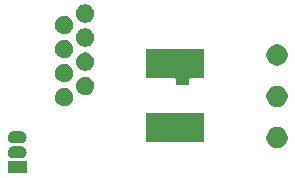
<source format=gbr>
G04 #@! TF.GenerationSoftware,KiCad,Pcbnew,(5.1.2)-2*
G04 #@! TF.CreationDate,2019-11-18T12:10:18+11:00*
G04 #@! TF.ProjectId,BoSL Probe,426f534c-2050-4726-9f62-652e6b696361,rev?*
G04 #@! TF.SameCoordinates,Original*
G04 #@! TF.FileFunction,Soldermask,Bot*
G04 #@! TF.FilePolarity,Negative*
%FSLAX46Y46*%
G04 Gerber Fmt 4.6, Leading zero omitted, Abs format (unit mm)*
G04 Created by KiCad (PCBNEW (5.1.2)-2) date 2019-11-18 12:10:18*
%MOMM*%
%LPD*%
G04 APERTURE LIST*
%ADD10C,0.100000*%
G04 APERTURE END LIST*
D10*
G36*
X103801000Y-106501000D02*
G01*
X102199000Y-106501000D01*
X102199000Y-105499000D01*
X103801000Y-105499000D01*
X103801000Y-106501000D01*
X103801000Y-106501000D01*
G37*
G36*
X103398213Y-104236249D02*
G01*
X103492652Y-104264897D01*
X103579687Y-104311418D01*
X103655975Y-104374025D01*
X103718582Y-104450313D01*
X103765103Y-104537348D01*
X103793751Y-104631787D01*
X103803424Y-104730000D01*
X103793751Y-104828213D01*
X103765103Y-104922652D01*
X103718582Y-105009687D01*
X103655975Y-105085975D01*
X103579687Y-105148582D01*
X103492652Y-105195103D01*
X103398213Y-105223751D01*
X103324612Y-105231000D01*
X102675388Y-105231000D01*
X102601787Y-105223751D01*
X102507348Y-105195103D01*
X102420313Y-105148582D01*
X102344025Y-105085975D01*
X102281418Y-105009687D01*
X102234897Y-104922652D01*
X102206249Y-104828213D01*
X102196576Y-104730000D01*
X102206249Y-104631787D01*
X102234897Y-104537348D01*
X102281418Y-104450313D01*
X102344025Y-104374025D01*
X102420313Y-104311418D01*
X102507348Y-104264897D01*
X102601787Y-104236249D01*
X102675388Y-104229000D01*
X103324612Y-104229000D01*
X103398213Y-104236249D01*
X103398213Y-104236249D01*
G37*
G36*
X125113512Y-102603927D02*
G01*
X125262812Y-102633624D01*
X125426784Y-102701544D01*
X125574354Y-102800147D01*
X125699853Y-102925646D01*
X125798456Y-103073216D01*
X125866376Y-103237188D01*
X125901000Y-103411259D01*
X125901000Y-103588741D01*
X125866376Y-103762812D01*
X125798456Y-103926784D01*
X125699853Y-104074354D01*
X125574354Y-104199853D01*
X125426784Y-104298456D01*
X125262812Y-104366376D01*
X125113512Y-104396073D01*
X125088742Y-104401000D01*
X124911258Y-104401000D01*
X124886488Y-104396073D01*
X124737188Y-104366376D01*
X124573216Y-104298456D01*
X124425646Y-104199853D01*
X124300147Y-104074354D01*
X124201544Y-103926784D01*
X124133624Y-103762812D01*
X124099000Y-103588741D01*
X124099000Y-103411259D01*
X124133624Y-103237188D01*
X124201544Y-103073216D01*
X124300147Y-102925646D01*
X124425646Y-102800147D01*
X124573216Y-102701544D01*
X124737188Y-102633624D01*
X124886488Y-102603927D01*
X124911258Y-102599000D01*
X125088742Y-102599000D01*
X125113512Y-102603927D01*
X125113512Y-102603927D01*
G37*
G36*
X103398213Y-102966249D02*
G01*
X103492652Y-102994897D01*
X103579687Y-103041418D01*
X103655975Y-103104025D01*
X103718582Y-103180313D01*
X103765103Y-103267348D01*
X103793751Y-103361787D01*
X103803424Y-103460000D01*
X103793751Y-103558213D01*
X103765103Y-103652652D01*
X103718582Y-103739687D01*
X103655975Y-103815975D01*
X103579687Y-103878582D01*
X103492652Y-103925103D01*
X103398213Y-103953751D01*
X103324612Y-103961000D01*
X102675388Y-103961000D01*
X102601787Y-103953751D01*
X102507348Y-103925103D01*
X102420313Y-103878582D01*
X102344025Y-103815975D01*
X102281418Y-103739687D01*
X102234897Y-103652652D01*
X102206249Y-103558213D01*
X102196576Y-103460000D01*
X102206249Y-103361787D01*
X102234897Y-103267348D01*
X102281418Y-103180313D01*
X102344025Y-103104025D01*
X102420313Y-103041418D01*
X102507348Y-102994897D01*
X102601787Y-102966249D01*
X102675388Y-102959000D01*
X103324612Y-102959000D01*
X103398213Y-102966249D01*
X103398213Y-102966249D01*
G37*
G36*
X118800000Y-103825000D02*
G01*
X113900000Y-103825000D01*
X113900000Y-101375000D01*
X118800000Y-101375000D01*
X118800000Y-103825000D01*
X118800000Y-103825000D01*
G37*
G36*
X125113512Y-99103927D02*
G01*
X125262812Y-99133624D01*
X125426784Y-99201544D01*
X125574354Y-99300147D01*
X125699853Y-99425646D01*
X125798456Y-99573216D01*
X125866376Y-99737188D01*
X125901000Y-99911259D01*
X125901000Y-100088741D01*
X125866376Y-100262812D01*
X125798456Y-100426784D01*
X125699853Y-100574354D01*
X125574354Y-100699853D01*
X125426784Y-100798456D01*
X125262812Y-100866376D01*
X125113512Y-100896073D01*
X125088742Y-100901000D01*
X124911258Y-100901000D01*
X124886488Y-100896073D01*
X124737188Y-100866376D01*
X124573216Y-100798456D01*
X124425646Y-100699853D01*
X124300147Y-100574354D01*
X124201544Y-100426784D01*
X124133624Y-100262812D01*
X124099000Y-100088741D01*
X124099000Y-99911259D01*
X124133624Y-99737188D01*
X124201544Y-99573216D01*
X124300147Y-99425646D01*
X124425646Y-99300147D01*
X124573216Y-99201544D01*
X124737188Y-99133624D01*
X124886488Y-99103927D01*
X124911258Y-99099000D01*
X125088742Y-99099000D01*
X125113512Y-99103927D01*
X125113512Y-99103927D01*
G37*
G36*
X107216348Y-99333820D02*
G01*
X107216350Y-99333821D01*
X107216351Y-99333821D01*
X107357574Y-99392317D01*
X107357577Y-99392319D01*
X107484669Y-99477239D01*
X107592761Y-99585331D01*
X107671224Y-99702759D01*
X107677683Y-99712426D01*
X107708854Y-99787681D01*
X107736180Y-99853652D01*
X107766000Y-100003569D01*
X107766000Y-100156431D01*
X107744840Y-100262812D01*
X107736179Y-100306351D01*
X107677683Y-100447574D01*
X107677681Y-100447577D01*
X107592761Y-100574669D01*
X107484669Y-100682761D01*
X107357577Y-100767681D01*
X107357574Y-100767683D01*
X107216351Y-100826179D01*
X107216350Y-100826179D01*
X107216348Y-100826180D01*
X107066431Y-100856000D01*
X106913569Y-100856000D01*
X106763652Y-100826180D01*
X106763650Y-100826179D01*
X106763649Y-100826179D01*
X106622426Y-100767683D01*
X106622423Y-100767681D01*
X106495331Y-100682761D01*
X106387239Y-100574669D01*
X106302319Y-100447577D01*
X106302317Y-100447574D01*
X106243821Y-100306351D01*
X106235161Y-100262812D01*
X106214000Y-100156431D01*
X106214000Y-100003569D01*
X106243820Y-99853652D01*
X106271146Y-99787681D01*
X106302317Y-99712426D01*
X106308776Y-99702759D01*
X106387239Y-99585331D01*
X106495331Y-99477239D01*
X106622423Y-99392319D01*
X106622426Y-99392317D01*
X106763649Y-99333821D01*
X106763650Y-99333821D01*
X106763652Y-99333820D01*
X106913569Y-99304000D01*
X107066431Y-99304000D01*
X107216348Y-99333820D01*
X107216348Y-99333820D01*
G37*
G36*
X108994348Y-98353820D02*
G01*
X108994350Y-98353821D01*
X108994351Y-98353821D01*
X109135574Y-98412317D01*
X109135577Y-98412319D01*
X109262669Y-98497239D01*
X109370761Y-98605331D01*
X109452514Y-98727683D01*
X109455683Y-98732426D01*
X109477948Y-98786180D01*
X109514180Y-98873652D01*
X109544000Y-99023569D01*
X109544000Y-99176431D01*
X109519392Y-99300147D01*
X109514179Y-99326351D01*
X109455683Y-99467574D01*
X109455681Y-99467577D01*
X109370761Y-99594669D01*
X109262669Y-99702761D01*
X109135577Y-99787681D01*
X109135574Y-99787683D01*
X108994351Y-99846179D01*
X108994350Y-99846179D01*
X108994348Y-99846180D01*
X108844431Y-99876000D01*
X108691569Y-99876000D01*
X108541652Y-99846180D01*
X108541650Y-99846179D01*
X108541649Y-99846179D01*
X108400426Y-99787683D01*
X108400423Y-99787681D01*
X108273331Y-99702761D01*
X108165239Y-99594669D01*
X108080319Y-99467577D01*
X108080317Y-99467574D01*
X108021821Y-99326351D01*
X108016609Y-99300147D01*
X107992000Y-99176431D01*
X107992000Y-99023569D01*
X108021820Y-98873652D01*
X108058052Y-98786180D01*
X108080317Y-98732426D01*
X108083486Y-98727683D01*
X108165239Y-98605331D01*
X108273331Y-98497239D01*
X108400423Y-98412319D01*
X108400426Y-98412317D01*
X108541649Y-98353821D01*
X108541650Y-98353821D01*
X108541652Y-98353820D01*
X108691569Y-98324000D01*
X108844431Y-98324000D01*
X108994348Y-98353820D01*
X108994348Y-98353820D01*
G37*
G36*
X118800000Y-98475000D02*
G01*
X117674999Y-98475000D01*
X117650613Y-98477402D01*
X117627164Y-98484515D01*
X117605553Y-98496066D01*
X117586611Y-98511611D01*
X117571066Y-98530553D01*
X117559515Y-98552164D01*
X117552402Y-98575613D01*
X117550000Y-98599999D01*
X117550000Y-99025000D01*
X116450000Y-99025000D01*
X116450000Y-98599999D01*
X116447598Y-98575613D01*
X116440485Y-98552164D01*
X116428934Y-98530553D01*
X116413389Y-98511611D01*
X116394447Y-98496066D01*
X116372836Y-98484515D01*
X116349387Y-98477402D01*
X116325001Y-98475000D01*
X113900000Y-98475000D01*
X113900000Y-96025000D01*
X118800000Y-96025000D01*
X118800000Y-98475000D01*
X118800000Y-98475000D01*
G37*
G36*
X107216348Y-97293820D02*
G01*
X107216350Y-97293821D01*
X107216351Y-97293821D01*
X107357574Y-97352317D01*
X107357577Y-97352319D01*
X107484669Y-97437239D01*
X107592761Y-97545331D01*
X107671224Y-97662759D01*
X107677683Y-97672426D01*
X107736179Y-97813649D01*
X107766000Y-97963571D01*
X107766000Y-98116429D01*
X107736179Y-98266351D01*
X107677683Y-98407574D01*
X107677681Y-98407577D01*
X107592761Y-98534669D01*
X107484669Y-98642761D01*
X107357577Y-98727681D01*
X107357574Y-98727683D01*
X107216351Y-98786179D01*
X107216350Y-98786179D01*
X107216348Y-98786180D01*
X107066431Y-98816000D01*
X106913569Y-98816000D01*
X106763652Y-98786180D01*
X106763650Y-98786179D01*
X106763649Y-98786179D01*
X106622426Y-98727683D01*
X106622423Y-98727681D01*
X106495331Y-98642761D01*
X106387239Y-98534669D01*
X106302319Y-98407577D01*
X106302317Y-98407574D01*
X106243821Y-98266351D01*
X106214000Y-98116429D01*
X106214000Y-97963571D01*
X106243821Y-97813649D01*
X106302317Y-97672426D01*
X106308776Y-97662759D01*
X106387239Y-97545331D01*
X106495331Y-97437239D01*
X106622423Y-97352319D01*
X106622426Y-97352317D01*
X106763649Y-97293821D01*
X106763650Y-97293821D01*
X106763652Y-97293820D01*
X106913569Y-97264000D01*
X107066431Y-97264000D01*
X107216348Y-97293820D01*
X107216348Y-97293820D01*
G37*
G36*
X108994348Y-96313820D02*
G01*
X108994350Y-96313821D01*
X108994351Y-96313821D01*
X109135574Y-96372317D01*
X109135577Y-96372319D01*
X109262669Y-96457239D01*
X109370761Y-96565331D01*
X109452514Y-96687683D01*
X109455683Y-96692426D01*
X109490300Y-96776000D01*
X109514180Y-96833652D01*
X109544000Y-96983569D01*
X109544000Y-97136431D01*
X109531385Y-97199853D01*
X109514179Y-97286351D01*
X109455683Y-97427574D01*
X109455681Y-97427577D01*
X109370761Y-97554669D01*
X109262669Y-97662761D01*
X109135577Y-97747681D01*
X109135574Y-97747683D01*
X108994351Y-97806179D01*
X108994350Y-97806179D01*
X108994348Y-97806180D01*
X108844431Y-97836000D01*
X108691569Y-97836000D01*
X108541652Y-97806180D01*
X108541650Y-97806179D01*
X108541649Y-97806179D01*
X108400426Y-97747683D01*
X108400423Y-97747681D01*
X108273331Y-97662761D01*
X108165239Y-97554669D01*
X108080319Y-97427577D01*
X108080317Y-97427574D01*
X108021821Y-97286351D01*
X108004616Y-97199853D01*
X107992000Y-97136431D01*
X107992000Y-96983569D01*
X108021820Y-96833652D01*
X108045700Y-96776000D01*
X108080317Y-96692426D01*
X108083486Y-96687683D01*
X108165239Y-96565331D01*
X108273331Y-96457239D01*
X108400423Y-96372319D01*
X108400426Y-96372317D01*
X108541649Y-96313821D01*
X108541650Y-96313821D01*
X108541652Y-96313820D01*
X108691569Y-96284000D01*
X108844431Y-96284000D01*
X108994348Y-96313820D01*
X108994348Y-96313820D01*
G37*
G36*
X125113512Y-95603927D02*
G01*
X125262812Y-95633624D01*
X125426784Y-95701544D01*
X125574354Y-95800147D01*
X125699853Y-95925646D01*
X125798456Y-96073216D01*
X125866376Y-96237188D01*
X125901000Y-96411259D01*
X125901000Y-96588741D01*
X125866376Y-96762812D01*
X125798456Y-96926784D01*
X125699853Y-97074354D01*
X125574354Y-97199853D01*
X125426784Y-97298456D01*
X125262812Y-97366376D01*
X125113512Y-97396073D01*
X125088742Y-97401000D01*
X124911258Y-97401000D01*
X124886488Y-97396073D01*
X124737188Y-97366376D01*
X124573216Y-97298456D01*
X124425646Y-97199853D01*
X124300147Y-97074354D01*
X124201544Y-96926784D01*
X124133624Y-96762812D01*
X124099000Y-96588741D01*
X124099000Y-96411259D01*
X124133624Y-96237188D01*
X124201544Y-96073216D01*
X124300147Y-95925646D01*
X124425646Y-95800147D01*
X124573216Y-95701544D01*
X124737188Y-95633624D01*
X124886488Y-95603927D01*
X124911258Y-95599000D01*
X125088742Y-95599000D01*
X125113512Y-95603927D01*
X125113512Y-95603927D01*
G37*
G36*
X107216348Y-95253820D02*
G01*
X107216350Y-95253821D01*
X107216351Y-95253821D01*
X107357574Y-95312317D01*
X107357577Y-95312319D01*
X107484669Y-95397239D01*
X107592761Y-95505331D01*
X107671224Y-95622759D01*
X107677683Y-95632426D01*
X107736179Y-95773649D01*
X107766000Y-95923571D01*
X107766000Y-96076429D01*
X107736179Y-96226351D01*
X107677683Y-96367574D01*
X107677681Y-96367577D01*
X107592761Y-96494669D01*
X107484669Y-96602761D01*
X107357577Y-96687681D01*
X107357574Y-96687683D01*
X107216351Y-96746179D01*
X107216350Y-96746179D01*
X107216348Y-96746180D01*
X107066431Y-96776000D01*
X106913569Y-96776000D01*
X106763652Y-96746180D01*
X106763650Y-96746179D01*
X106763649Y-96746179D01*
X106622426Y-96687683D01*
X106622423Y-96687681D01*
X106495331Y-96602761D01*
X106387239Y-96494669D01*
X106302319Y-96367577D01*
X106302317Y-96367574D01*
X106243821Y-96226351D01*
X106214000Y-96076429D01*
X106214000Y-95923571D01*
X106243821Y-95773649D01*
X106302317Y-95632426D01*
X106308776Y-95622759D01*
X106387239Y-95505331D01*
X106495331Y-95397239D01*
X106622423Y-95312319D01*
X106622426Y-95312317D01*
X106763649Y-95253821D01*
X106763650Y-95253821D01*
X106763652Y-95253820D01*
X106913569Y-95224000D01*
X107066431Y-95224000D01*
X107216348Y-95253820D01*
X107216348Y-95253820D01*
G37*
G36*
X108994348Y-94273820D02*
G01*
X108994350Y-94273821D01*
X108994351Y-94273821D01*
X109135574Y-94332317D01*
X109135577Y-94332319D01*
X109262669Y-94417239D01*
X109370761Y-94525331D01*
X109452514Y-94647683D01*
X109455683Y-94652426D01*
X109514179Y-94793649D01*
X109544000Y-94943571D01*
X109544000Y-95096429D01*
X109514179Y-95246351D01*
X109455683Y-95387574D01*
X109455681Y-95387577D01*
X109370761Y-95514669D01*
X109262669Y-95622761D01*
X109144762Y-95701544D01*
X109135574Y-95707683D01*
X108994351Y-95766179D01*
X108994350Y-95766179D01*
X108994348Y-95766180D01*
X108844431Y-95796000D01*
X108691569Y-95796000D01*
X108541652Y-95766180D01*
X108541650Y-95766179D01*
X108541649Y-95766179D01*
X108400426Y-95707683D01*
X108391238Y-95701544D01*
X108273331Y-95622761D01*
X108165239Y-95514669D01*
X108080319Y-95387577D01*
X108080317Y-95387574D01*
X108021821Y-95246351D01*
X107992000Y-95096429D01*
X107992000Y-94943571D01*
X108021821Y-94793649D01*
X108080317Y-94652426D01*
X108083486Y-94647683D01*
X108165239Y-94525331D01*
X108273331Y-94417239D01*
X108400423Y-94332319D01*
X108400426Y-94332317D01*
X108541649Y-94273821D01*
X108541650Y-94273821D01*
X108541652Y-94273820D01*
X108691569Y-94244000D01*
X108844431Y-94244000D01*
X108994348Y-94273820D01*
X108994348Y-94273820D01*
G37*
G36*
X107216348Y-93213820D02*
G01*
X107216350Y-93213821D01*
X107216351Y-93213821D01*
X107357574Y-93272317D01*
X107357577Y-93272319D01*
X107484669Y-93357239D01*
X107592761Y-93465331D01*
X107671224Y-93582759D01*
X107677683Y-93592426D01*
X107736179Y-93733649D01*
X107766000Y-93883571D01*
X107766000Y-94036429D01*
X107736179Y-94186351D01*
X107677683Y-94327574D01*
X107677681Y-94327577D01*
X107592761Y-94454669D01*
X107484669Y-94562761D01*
X107357577Y-94647681D01*
X107357574Y-94647683D01*
X107216351Y-94706179D01*
X107216350Y-94706179D01*
X107216348Y-94706180D01*
X107066431Y-94736000D01*
X106913569Y-94736000D01*
X106763652Y-94706180D01*
X106763650Y-94706179D01*
X106763649Y-94706179D01*
X106622426Y-94647683D01*
X106622423Y-94647681D01*
X106495331Y-94562761D01*
X106387239Y-94454669D01*
X106302319Y-94327577D01*
X106302317Y-94327574D01*
X106243821Y-94186351D01*
X106214000Y-94036429D01*
X106214000Y-93883571D01*
X106243821Y-93733649D01*
X106302317Y-93592426D01*
X106308776Y-93582759D01*
X106387239Y-93465331D01*
X106495331Y-93357239D01*
X106622423Y-93272319D01*
X106622426Y-93272317D01*
X106763649Y-93213821D01*
X106763650Y-93213821D01*
X106763652Y-93213820D01*
X106913569Y-93184000D01*
X107066431Y-93184000D01*
X107216348Y-93213820D01*
X107216348Y-93213820D01*
G37*
G36*
X108994348Y-92233820D02*
G01*
X108994350Y-92233821D01*
X108994351Y-92233821D01*
X109135574Y-92292317D01*
X109135577Y-92292319D01*
X109262669Y-92377239D01*
X109370761Y-92485331D01*
X109455681Y-92612423D01*
X109455683Y-92612426D01*
X109514179Y-92753649D01*
X109544000Y-92903571D01*
X109544000Y-93056429D01*
X109514179Y-93206351D01*
X109455683Y-93347574D01*
X109455681Y-93347577D01*
X109370761Y-93474669D01*
X109262669Y-93582761D01*
X109135577Y-93667681D01*
X109135574Y-93667683D01*
X108994351Y-93726179D01*
X108994350Y-93726179D01*
X108994348Y-93726180D01*
X108844431Y-93756000D01*
X108691569Y-93756000D01*
X108541652Y-93726180D01*
X108541650Y-93726179D01*
X108541649Y-93726179D01*
X108400426Y-93667683D01*
X108400423Y-93667681D01*
X108273331Y-93582761D01*
X108165239Y-93474669D01*
X108080319Y-93347577D01*
X108080317Y-93347574D01*
X108021821Y-93206351D01*
X107992000Y-93056429D01*
X107992000Y-92903571D01*
X108021821Y-92753649D01*
X108080317Y-92612426D01*
X108080319Y-92612423D01*
X108165239Y-92485331D01*
X108273331Y-92377239D01*
X108400423Y-92292319D01*
X108400426Y-92292317D01*
X108541649Y-92233821D01*
X108541650Y-92233821D01*
X108541652Y-92233820D01*
X108691569Y-92204000D01*
X108844431Y-92204000D01*
X108994348Y-92233820D01*
X108994348Y-92233820D01*
G37*
M02*

</source>
